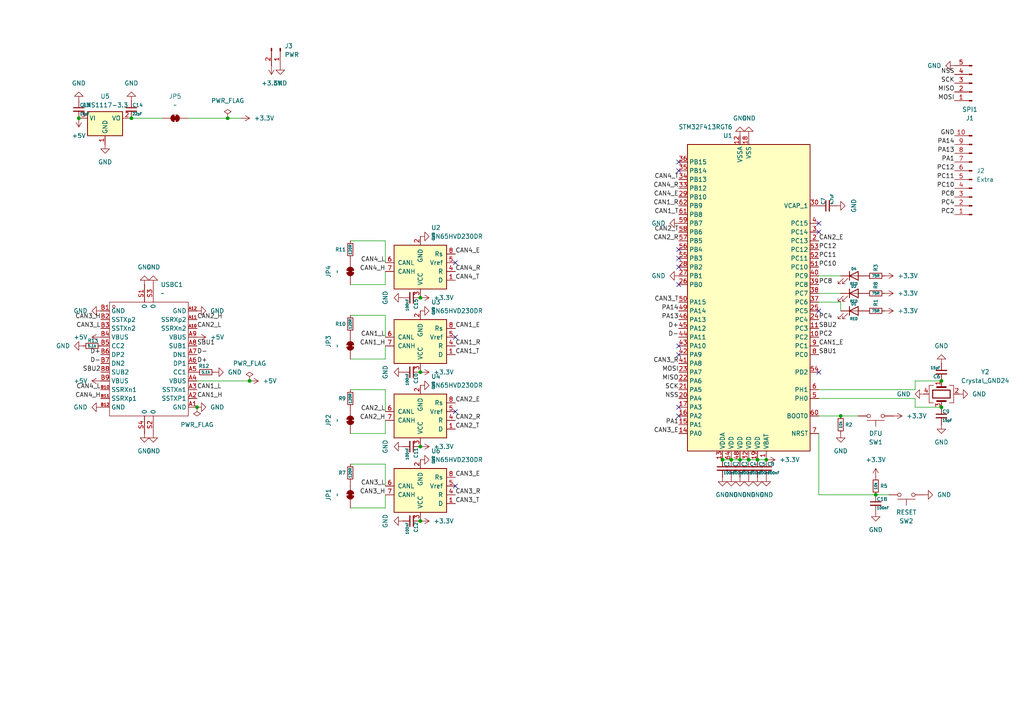
<source format=kicad_sch>
(kicad_sch (version 20250114) (generator "eeschema") (generator_version "9.0")
  (paper "A4")
  (title_block (title "Asius 1"))
  (junction (at 217.17 133.35))
  (junction (at 121.92 107.95))
  (junction (at 57.15 118.11))
  (junction (at 222.25 133.35))
  (junction (at 66.04 34.29))
  (junction (at 243.84 120.65))
  (junction (at 209.55 133.35))
  (junction (at 273.05 110.49))
  (junction (at 212.09 133.35))
  (junction (at 121.92 151.13))
  (junction (at 121.92 129.54))
  (junction (at 22.86 34.29))
  (junction (at 121.92 86.36))
  (junction (at 214.63 133.35))
  (junction (at 254 143.51))
  (junction (at 72.39 110.49))
  (junction (at 219.71 133.35))
  (junction (at 273.05 118.11))
  (junction (at 38.1 34.29))
  (no_connect (at 196.85 72.39))
  (no_connect (at 132.08 97.79))
  (no_connect (at 132.08 119.38))
  (no_connect (at 196.85 118.11))
  (no_connect (at 237.49 107.95))
  (no_connect (at 132.08 76.2))
  (no_connect (at 237.49 64.77))
  (no_connect (at 196.85 74.93))
  (no_connect (at 196.85 49.53))
  (no_connect (at 196.85 77.47))
  (no_connect (at 196.85 82.55))
  (no_connect (at 237.49 90.17))
  (no_connect (at 132.08 140.97))
  (no_connect (at 196.85 100.33))
  (no_connect (at 237.49 67.31))
  (no_connect (at 196.85 102.87))
  (no_connect (at 196.85 46.99))
  (no_connect (at 196.85 120.65))
  (wire (pts (xy 243.84 120.65) (xy 248.92 120.65)))
  (wire (pts (xy 212.09 133.35) (xy 214.63 133.35)))
  (wire (pts (xy 265.43 115.57) (xy 237.49 115.57)))
  (wire (pts (xy 111.76 69.85) (xy 111.76 76.2)))
  (wire (pts (xy 111.76 125.73) (xy 111.76 121.92)))
  (wire (pts (xy 54.61 34.29) (xy 66.04 34.29)))
  (wire (pts (xy 214.63 133.35) (xy 217.17 133.35)))
  (wire (pts (xy 217.17 133.35) (xy 219.71 133.35)))
  (wire (pts (xy 111.76 113.03) (xy 111.76 119.38)))
  (wire (pts (xy 101.6 91.44) (xy 111.76 91.44)))
  (wire (pts (xy 265.43 113.03) (xy 265.43 110.49)))
  (wire (pts (xy 38.1 34.29) (xy 46.99 34.29)))
  (wire (pts (xy 101.6 134.62) (xy 111.76 134.62)))
  (wire (pts (xy 101.6 104.14) (xy 111.76 104.14)))
  (wire (pts (xy 265.43 118.11) (xy 265.43 115.57)))
  (wire (pts (xy 243.84 85.09) (xy 237.49 85.09)))
  (wire (pts (xy 237.49 113.03) (xy 265.43 113.03)))
  (wire (pts (xy 101.6 125.73) (xy 111.76 125.73)))
  (wire (pts (xy 111.76 134.62) (xy 111.76 140.97)))
  (wire (pts (xy 66.04 34.29) (xy 69.85 34.29)))
  (wire (pts (xy 101.6 147.32) (xy 111.76 147.32)))
  (wire (pts (xy 265.43 110.49) (xy 273.05 110.49)))
  (wire (pts (xy 273.05 118.11) (xy 265.43 118.11)))
  (wire (pts (xy 101.6 113.03) (xy 111.76 113.03)))
  (wire (pts (xy 101.6 82.55) (xy 111.76 82.55)))
  (wire (pts (xy 111.76 147.32) (xy 111.76 143.51)))
  (wire (pts (xy 111.76 82.55) (xy 111.76 78.74)))
  (wire (pts (xy 237.49 125.73) (xy 237.49 143.51)))
  (wire (pts (xy 111.76 91.44) (xy 111.76 97.79)))
  (wire (pts (xy 72.39 110.49) (xy 57.15 110.49)))
  (wire (pts (xy 101.6 69.85) (xy 111.76 69.85)))
  (wire (pts (xy 219.71 133.35) (xy 222.25 133.35)))
  (wire (pts (xy 237.49 120.65) (xy 243.84 120.65)))
  (wire (pts (xy 243.84 87.63) (xy 243.84 90.17)))
  (wire (pts (xy 243.84 87.63) (xy 237.49 87.63)))
  (wire (pts (xy 243.84 80.01) (xy 237.49 80.01)))
  (wire (pts (xy 111.76 104.14) (xy 111.76 100.33)))
  (wire (pts (xy 209.55 133.35) (xy 212.09 133.35)))
  (wire (pts (xy 237.49 143.51) (xy 254 143.51)))
  (wire (pts (xy 254 143.51) (xy 257.81 143.51)))
  (label "CAN4_E" (at 196.85 57.15 180))
  (label "PC2" (at 237.49 97.79 0))
  (label "PC8" (at 276.86 57.15 180))
  (label "CAN3_R" (at 196.85 105.41 180))
  (label "CAN1_H" (at 111.76 100.33 180))
  (label "SCK" (at 196.85 113.03 180))
  (label "SBU2" (at 237.49 95.25 0))
  (label "PC10" (at 237.49 77.47 0))
  (label "CAN4_L" (at 29.21 113.03 180))
  (label "CAN2_L" (at 111.76 119.38 180))
  (label "PC10" (at 276.86 54.61 180))
  (label "CAN2_T" (at 196.85 67.31 180))
  (label "MISO" (at 196.85 110.49 180))
  (label "CAN2_T" (at 132.08 124.46 0))
  (label "PA14" (at 276.86 41.91 180))
  (label "CAN3_E" (at 132.08 138.43 0))
  (label "CAN4_R" (at 132.08 78.74 0))
  (label "D+" (at 57.15 105.41 0))
  (label "PA1" (at 276.86 46.99 180))
  (label "CAN2_H" (at 111.76 121.92 180))
  (label "CAN3_R" (at 132.08 143.51 0))
  (label "PA13" (at 276.86 44.45 180))
  (label "SBU1" (at 237.49 102.87 0))
  (label "D+" (at 29.21 102.87 180))
  (label "PC11" (at 237.49 74.93 0))
  (label "MOSI" (at 196.85 107.95 180))
  (label "PC11" (at 276.86 52.07 180))
  (label "CAN3_H" (at 29.21 92.71 180))
  (label "PC4" (at 237.49 92.71 0))
  (label "NSS" (at 276.86 21.59 180))
  (label "PA1" (at 196.85 123.19 180))
  (label "D-" (at 57.15 102.87 0))
  (label "CAN4_L" (at 111.76 76.2 180))
  (label "PC12" (at 237.49 72.39 0))
  (label "NSS" (at 196.85 115.57 180))
  (label "CAN3_T" (at 196.85 87.63 180))
  (label "PA14" (at 196.85 90.17 180))
  (label "D-" (at 196.85 97.79 180))
  (label "CAN3_L" (at 29.21 95.25 180))
  (label "CAN3_H" (at 111.76 143.51 180))
  (label "D+" (at 196.85 95.25 180))
  (label "MOSI" (at 276.86 29.21 180))
  (label "CAN2_H" (at 57.15 92.71 0))
  (label "D-" (at 29.21 105.41 180))
  (label "CAN1_T" (at 132.08 102.87 0))
  (label "CAN1_T" (at 196.85 62.23 180))
  (label "PC8" (at 237.49 82.55 0))
  (label "CAN2_R" (at 196.85 69.85 180))
  (label "CAN3_L" (at 111.76 140.97 180))
  (label "CAN1_R" (at 196.85 59.69 180))
  (label "PC4" (at 276.86 59.69 180))
  (label "PC12" (at 276.86 49.53 180))
  (label "SBU2" (at 29.21 107.95 180))
  (label "CAN4_H" (at 111.76 78.74 180))
  (label "CAN1_E" (at 132.08 95.25 0))
  (label "CAN4_T" (at 196.85 52.07 180))
  (label "SBU1" (at 57.15 100.33 0))
  (label "CAN2_E" (at 237.49 69.85 0))
  (label "CAN2_L" (at 57.15 95.25 0))
  (label "CAN1_E" (at 237.49 100.33 0))
  (label "CAN1_L" (at 111.76 97.79 180))
  (label "CAN4_E" (at 132.08 73.66 0))
  (label "PA13" (at 196.85 92.71 180))
  (label "CAN3_E" (at 196.85 125.73 180))
  (label "CAN1_L" (at 57.15 113.03 0))
  (label "CAN3_T" (at 132.08 146.05 0))
  (label "MISO" (at 276.86 26.67 180))
  (label "CAN4_H" (at 29.21 115.57 180))
  (label "CAN1_H" (at 57.15 115.57 0))
  (label "CAN2_R" (at 132.08 121.92 0))
  (label "CAN2_E" (at 132.08 116.84 0))
  (label "GND" (at 276.86 39.37 180))
  (label "PC2" (at 276.86 62.23 180))
  (label "CAN4_T" (at 132.08 81.28 0))
  (label "SCK" (at 276.86 24.13 180))
  (label "CAN1_R" (at 132.08 100.33 0))
  (label "CAN4_R" (at 196.85 54.61 180))
  (symbol (lib_id "Connector:Conn_01x10_Pin") (at 281.94 52.07 180) (unit 1) (in_bom no)
    (property "Reference" "J2" (at 283.21 49.5299 0) (effects (justify right)))
    (property "Value" "Extra" (at 283.21 52.0699 0) (effects (justify right)))
    (property "Footprint" "Connector_PinHeader_2.54mm:PinHeader_1x10_P2.54mm_Vertical" (effects (hide yes)))
    (property "Description" "Generic connector, single row, 01x10, script generated" (effects (hide yes)))
  )
  (symbol (lib_id "1_my_custom_symbol_lib:MY_LED") (at 247.65 90.17 0) (unit 1)
    (property "Reference" "D1" (at 247.65 88.138 0) (effects (font (size 0.762 0.762))))
    (property "Value" "RED" (at 247.65 92.456 0) (effects (font (size 0.762 0.762))))
    (property "Footprint" "LED_SMD:LED_0603_1608Metric" (effects (hide yes)))
    (property "Description" "Light emitting diode" (effects (hide yes)))
    (property "Sim.Pins" "1=K 2=A" (effects (hide yes)))
    (property "MPN" "KT-0603R" (effects (hide yes)))
    (property "Manufacturer" "Hubei KENTO Elec" (effects (hide yes)))
  )
  (symbol (lib_id "1_my_custom_symbol_lib:MY_C_SMALL") (at 38.1 31.75 0) (unit 1)
    (property "Reference" "C14" (at 38.354 30.48 0) (effects (font (size 1.016 1.016)) (justify left)))
    (property "Value" "22pF" (at 38.354 33.02 0) (effects (font (size 0.762 0.762)) (justify left)))
    (property "Footprint" "Capacitor_SMD:C_0603_1608Metric" (effects (hide yes)))
    (property "Description" "Unpolarized capacitor, small symbol" (effects (hide yes)))
    (property "MPN" "CC0603JRNPO9BN220" (effects (hide yes)))
    (property "Manufacturer" "YAGEO" (effects (hide yes)))
  )
  (symbol (lib_id "power:+3.3V") (at 69.85 34.29 270) (unit 1)
    (property "Reference" "#PWR028" (effects (hide yes)))
    (property "Value" "+3.3V" (at 73.66 34.2899 90) (effects (justify left)))
    (property "Description" "Power symbol creates a global label with name \"+3.3V\"" (effects (hide yes)))
  )
  (symbol (lib_id "Jumper:SolderJumper_2_Bridged") (at 101.6 121.92 90) (unit 1) (in_bom no)
    (property "Reference" "JP2" (at 95.25 121.92 0))
    (property "Value" "~" (at 97.79 121.92 0))
    (property "Footprint" "Jumper:SolderJumper-2_P1.3mm_Bridged_RoundedPad1.0x1.5mm" (effects (hide yes)))
    (property "Description" "Solder Jumper, 2-pole, closed/bridged" (effects (hide yes)))
  )
  (symbol (lib_id "power:GND") (at 62.23 107.95 90) (unit 1)
    (property "Reference" "#PWR048" (effects (hide yes)))
    (property "Value" "GND" (at 66.04 107.9499 90) (effects (justify right)))
    (property "Description" "Power symbol creates a global label with name \"GND\" , ground" (effects (hide yes)))
  )
  (symbol (lib_id "1_my_custom_symbol_lib:MY_LED") (at 247.65 85.09 0) (unit 1)
    (property "Reference" "D2" (at 247.65 83.058 0) (effects (font (size 0.762 0.762))))
    (property "Value" "RED" (at 247.65 87.376 0) (effects (font (size 0.762 0.762))))
    (property "Footprint" "LED_SMD:LED_0603_1608Metric" (effects (hide yes)))
    (property "Description" "Light emitting diode" (effects (hide yes)))
    (property "Sim.Pins" "1=K 2=A" (effects (hide yes)))
    (property "MPN" "KT-0603R" (effects (hide yes)))
    (property "Manufacturer" "Hubei KENTO Elec" (effects (hide yes)))
  )
  (symbol (lib_id "power:GND") (at 116.84 151.13 270) (unit 1)
    (property "Reference" "#PWR038" (effects (hide yes)))
    (property "Value" "GND" (at 111.76 151.13 0))
    (property "Description" "Power symbol creates a global label with name \"GND\" , ground" (effects (hide yes)))
  )
  (symbol (lib_id "1_my_custom_symbol_lib:MY_R_SMALL") (at 254 85.09 90) (unit 1)
    (property "Reference" "R8" (at 254 83.82 0) (effects (font (size 1.016 1.016)) (justify left)))
    (property "Value" "75R" (at 254 85.09 90) (effects (font (size 0.762 0.762))))
    (property "Footprint" "Resistor_SMD:R_0603_1608Metric" (effects (hide yes)))
    (property "Description" "Resistor, small symbol" (effects (hide yes)))
    (property "MPN" "RC0603FR-0775RL" (effects (hide yes)))
    (property "Manufacturer" "YAGEO" (effects (hide yes)))
  )
  (symbol (lib_id "power:GND") (at 22.86 29.21 180) (unit 1)
    (property "Reference" "#PWR041" (effects (hide yes)))
    (property "Value" "GND" (at 22.86 24.13 0))
    (property "Description" "Power symbol creates a global label with name \"GND\" , ground" (effects (hide yes)))
  )
  (symbol (lib_id "power:GND") (at 44.45 125.73 0) (unit 1)
    (property "Reference" "#PWR052" (effects (hide yes)))
    (property "Value" "GND" (at 44.45 130.81 0))
    (property "Description" "Power symbol creates a global label with name \"GND\" , ground" (effects (hide yes)))
  )
  (symbol (lib_id "power:GND") (at 41.91 125.73 0) (unit 1)
    (property "Reference" "#PWR053" (effects (hide yes)))
    (property "Value" "GND" (at 41.91 130.81 0))
    (property "Description" "Power symbol creates a global label with name \"GND\" , ground" (effects (hide yes)))
  )
  (symbol (lib_id "power:GND") (at 81.28 19.05 0) (unit 1)
    (property "Reference" "#PWR011" (effects (hide yes)))
    (property "Value" "GND" (at 81.28 24.13 0))
    (property "Description" "Power symbol creates a global label with name \"GND\" , ground" (effects (hide yes)))
  )
  (symbol (lib_id "Jumper:SolderJumper_2_Bridged") (at 101.6 143.51 90) (unit 1) (in_bom no)
    (property "Reference" "JP1" (at 95.25 143.51 0))
    (property "Value" "~" (at 97.79 143.51 0))
    (property "Footprint" "Jumper:SolderJumper-2_P1.3mm_Bridged_RoundedPad1.0x1.5mm" (effects (hide yes)))
    (property "Description" "Solder Jumper, 2-pole, closed/bridged" (effects (hide yes)))
  )
  (symbol (lib_id "power:GND") (at 273.05 123.19 0) (unit 1)
    (property "Reference" "#PWR023" (effects (hide yes)))
    (property "Value" "GND" (at 273.05 128.27 0))
    (property "Description" "Power symbol creates a global label with name \"GND\" , ground" (effects (hide yes)))
  )
  (symbol (lib_id "power:GND") (at 214.63 138.43 0) (unit 1)
    (property "Reference" "#PWR04" (effects (hide yes)))
    (property "Value" "GND" (at 214.63 143.51 0))
    (property "Description" "Power symbol creates a global label with name \"GND\" , ground" (effects (hide yes)))
  )
  (symbol (lib_id "power:GND") (at 267.97 143.51 90) (unit 1)
    (property "Reference" "#PWR022" (effects (hide yes)))
    (property "Value" "GND" (at 271.78 143.5101 90) (effects (justify right)))
    (property "Description" "Power symbol creates a global label with name \"GND\" , ground" (effects (hide yes)))
  )
  (symbol (lib_id "1_my_custom_symbol_lib:MY_R_SMALL") (at 101.6 115.57 180) (unit 1)
    (property "Reference" "R9" (at 100.33 115.57 0) (effects (font (size 1.016 1.016)) (justify left)))
    (property "Value" "120R" (at 101.6 115.57 90) (effects (font (size 0.762 0.762))))
    (property "Footprint" "Resistor_SMD:R_0603_1608Metric" (effects (hide yes)))
    (property "Description" "Resistor, small symbol" (effects (hide yes)))
    (property "MPN" "RC0603FR-07120RL" (effects (hide yes)))
    (property "Manufacturer" "YAGEO" (effects (hide yes)))
  )
  (symbol (lib_id "power:+3.3V") (at 256.54 90.17 270) (unit 1)
    (property "Reference" "#PWR05" (effects (hide yes)))
    (property "Value" "+3.3V" (at 260.35 90.1699 90) (effects (justify left)))
    (property "Description" "Power symbol creates a global label with name \"+3.3V\"" (effects (hide yes)))
  )
  (symbol (lib_id "power:+3.3V") (at 121.92 151.13 270) (unit 1)
    (property "Reference" "#PWR047" (effects (hide yes)))
    (property "Value" "+3.3V" (at 125.73 151.1299 90) (effects (justify left)))
    (property "Description" "Power symbol creates a global label with name \"+3.3V\"" (effects (hide yes)))
  )
  (symbol (lib_id "power:+3.3V") (at 78.74 19.05 180) (unit 1)
    (property "Reference" "#PWR010" (effects (hide yes)))
    (property "Value" "+3.3V" (at 78.74 24.13 0))
    (property "Description" "Power symbol creates a global label with name \"+3.3V\"" (effects (hide yes)))
  )
  (symbol (lib_id "power:+5V") (at 72.39 110.49 270) (unit 1)
    (property "Reference" "#PWR059" (effects (hide yes)))
    (property "Value" "+5V" (at 76.2 110.4899 90) (effects (justify left)))
    (property "Description" "Power symbol creates a global label with name \"+5V\"" (effects (hide yes)))
  )
  (symbol (lib_id "power:GND") (at 121.92 68.58 90) (unit 1)
    (property "Reference" "#PWR042" (effects (hide yes)))
    (property "Value" "GND" (at 125.73 68.58 0) (effects (font (size 0.762 0.762))))
    (property "Description" "Power symbol creates a global label with name \"GND\" , ground" (effects (hide yes)))
  )
  (symbol (lib_id "Jumper:SolderJumper_2_Bridged") (at 101.6 100.33 90) (unit 1) (in_bom no)
    (property "Reference" "JP3" (at 95.25 99.06 0))
    (property "Value" "~" (at 97.79 100.33 0))
    (property "Footprint" "Jumper:SolderJumper-2_P1.3mm_Bridged_RoundedPad1.0x1.5mm" (effects (hide yes)))
    (property "Description" "Solder Jumper, 2-pole, closed/bridged" (effects (hide yes)))
  )
  (symbol (lib_id "power:+5V") (at 29.21 97.79 90) (unit 1)
    (property "Reference" "#PWR062" (effects (hide yes)))
    (property "Value" "+5V" (at 25.4 97.7899 90) (effects (justify left)))
    (property "Description" "Power symbol creates a global label with name \"+5V\"" (effects (hide yes)))
  )
  (symbol (lib_id "power:+5V") (at 22.86 34.29 180) (unit 1)
    (property "Reference" "#PWR058" (effects (hide yes)))
    (property "Value" "+5V" (at 22.86 39.37 0))
    (property "Description" "Power symbol creates a global label with name \"+5V\"" (effects (hide yes)))
  )
  (symbol (lib_id "power:GND") (at 29.21 118.11 270) (unit 1)
    (property "Reference" "#PWR056" (effects (hide yes)))
    (property "Value" "GND" (at 25.4 118.1099 90) (effects (justify right)))
    (property "Description" "Power symbol creates a global label with name \"GND\" , ground" (effects (hide yes)))
  )
  (symbol (lib_id "power:GND") (at 212.09 138.43 0) (unit 1)
    (property "Reference" "#PWR03" (effects (hide yes)))
    (property "Value" "GND" (at 212.09 143.51 0))
    (property "Description" "Power symbol creates a global label with name \"GND\" , ground" (effects (hide yes)))
  )
  (symbol (lib_id "power:+3.3V") (at 259.08 120.65 270) (unit 1)
    (property "Reference" "#PWR019" (effects (hide yes)))
    (property "Value" "+3.3V" (at 262.89 120.6501 90) (effects (justify left)))
    (property "Description" "Power symbol creates a global label with name \"+3.3V\"" (effects (hide yes)))
  )
  (symbol (lib_id "power:GND") (at 29.21 90.17 270) (unit 1)
    (property "Reference" "#PWR057" (effects (hide yes)))
    (property "Value" "GND" (at 25.4 90.1699 90) (effects (justify right)))
    (property "Description" "Power symbol creates a global label with name \"GND\" , ground" (effects (hide yes)))
  )
  (symbol (lib_id "power:PWR_FLAG") (at 57.15 118.11 180) (unit 1)
    (property "Reference" "#FLG08" (effects (hide yes)))
    (property "Value" "PWR_FLAG" (at 57.15 123.19 0))
    (property "Description" "Special symbol for telling ERC where power comes from" (effects (hide yes)))
  )
  (symbol (lib_id "Switch:SW_Push") (at 254 120.65 180) (unit 1)
    (property "Reference" "SW1" (at 254 128.27 0))
    (property "Value" "DFU" (at 254 125.73 0))
    (property "Footprint" "Button_Switch_SMD:SW_SPST_PTS645Sx43SMTR92" (effects (hide yes)))
    (property "Description" "Push button switch, generic, two pins" (effects (hide yes)))
    (property "MPN" "PTS645SK43SMTR92LFS" (effects (hide yes)))
    (property "Manufacturer" "C&K" (effects (hide yes)))
  )
  (symbol (lib_id "1_my_custom_symbol_lib:MY_R_SMALL") (at 254 90.17 90) (unit 1)
    (property "Reference" "R1" (at 254 88.9 0) (effects (font (size 1.016 1.016)) (justify left)))
    (property "Value" "75R" (at 254 90.17 90) (effects (font (size 0.762 0.762))))
    (property "Footprint" "Resistor_SMD:R_0603_1608Metric" (effects (hide yes)))
    (property "Description" "Resistor, small symbol" (effects (hide yes)))
    (property "MPN" "RC0603FR-0775RL" (effects (hide yes)))
    (property "Manufacturer" "YAGEO" (effects (hide yes)))
  )
  (symbol (lib_id "1_my_custom_symbol_lib:MY_C_SMALL") (at 222.25 135.89 0) (unit 1)
    (property "Reference" "C8" (at 222.504 134.62 0) (effects (font (size 1.016 1.016)) (justify left)))
    (property "Value" "100nF" (at 222.504 137.16 0) (effects (font (size 0.762 0.762)) (justify left)))
    (property "Footprint" "Capacitor_SMD:C_0603_1608Metric" (effects (hide yes)))
    (property "Description" "Unpolarized capacitor, small symbol" (effects (hide yes)))
    (property "MPN" "CC0603KRX7R9BB104" (effects (hide yes)))
    (property "Manufacturer" "YAGEO" (effects (hide yes)))
  )
  (symbol (lib_id "1_my_custom_symbol_lib:MY_R_SMALL") (at 26.67 100.33 270) (unit 1)
    (property "Reference" "R13" (at 25.4 98.806 90) (effects (font (size 1.016 1.016)) (justify left)))
    (property "Value" "5.1k" (at 26.67 100.33 90) (effects (font (size 0.762 0.762))))
    (property "Footprint" "Resistor_SMD:R_0603_1608Metric" (effects (hide yes)))
    (property "Description" "Resistor, small symbol" (effects (hide yes)))
    (property "MPN" "RC0603FR-075K1L" (effects (hide yes)))
    (property "Manufacturer" "YAGEO" (effects (hide yes)))
  )
  (symbol (lib_id "1_my_custom_symbol_lib:TYPE-C-31-M-04") (at 43.18 104.14 0) (unit 1)
    (property "Reference" "USBC1" (at 46.5933 82.55 0) (effects (justify left)))
    (property "Value" "~" (at 46.5933 85.09 0) (effects (justify left)))
    (property "Footprint" "1_My_custom_library:USB-C-SMD_TYPE-C-USB-20" (effects (hide yes)))
    (property "Datasheet" "https://item.szlcsc.com/datasheet/TYPE-C-31-M-04/140304.html" (effects (hide yes)))
    (property "Description" "Connector Type:Type-C Protocol Standard:- Gender:Female Number of Contacts:24P Number of Ports:1" (effects (hide yes)))
    (property "Manufacturer Part" "TYPE-C-31-M-04" (effects (hide yes)))
    (property "Manufacturer" "韩国韩荣" (effects (hide yes)))
    (property "Supplier Part" "C129018" (effects (hide yes)))
    (property "Supplier" "LCSC" (effects (hide yes)))
    (property "LCSC Part Name" "Type-C 母" (effects (hide yes)))
  )
  (symbol (lib_id "MCU_ST_STM32F4:STM32F413RGTx") (at 217.17 85.09 180) (unit 1)
    (property "Reference" "U1" (at 212.4867 39.37 0) (effects (justify left)))
    (property "Value" "STM32F413RGT6" (at 212.4867 36.83 0) (effects (justify left)))
    (property "Footprint" "Package_QFP:LQFP-64_10x10mm_P0.5mm" (effects (hide yes)))
    (property "Datasheet" "https://www.st.com/resource/en/datasheet/stm32f413rg.pdf" (effects (hide yes)))
    (property "Description" "STMicroelectronics Arm Cortex-M4 MCU, 1024KB flash, 320KB RAM, 100 MHz, 1.7-3.6V, 50 GPIO, LQFP64" (effects (hide yes)))
    (property "MPN" "STM32F413RGT6" (effects (hide yes)))
    (property "Manufacturer" "STMicroelectronics" (effects (hide yes)))
  )
  (symbol (lib_id "power:GND") (at 116.84 107.95 270) (unit 1)
    (property "Reference" "#PWR06" (effects (hide yes)))
    (property "Value" "GND" (at 111.76 107.95 0))
    (property "Description" "Power symbol creates a global label with name \"GND\" , ground" (effects (hide yes)))
  )
  (symbol (lib_id "power:GND") (at 121.92 133.35 90) (unit 1)
    (property "Reference" "#PWR030" (effects (hide yes)))
    (property "Value" "GND" (at 125.73 133.35 0) (effects (font (size 0.762 0.762))))
    (property "Description" "Power symbol creates a global label with name \"GND\" , ground" (effects (hide yes)))
  )
  (symbol (lib_id "power:GND") (at 121.92 90.17 90) (unit 1)
    (property "Reference" "#PWR027" (effects (hide yes)))
    (property "Value" "GND" (at 125.73 90.17 0) (effects (font (size 0.762 0.762))))
    (property "Description" "Power symbol creates a global label with name \"GND\" , ground" (effects (hide yes)))
  )
  (symbol (lib_id "1_my_custom_symbol_lib:MY_R_SMALL") (at 101.6 93.98 180) (unit 1)
    (property "Reference" "R10" (at 100.33 93.98 0) (effects (font (size 1.016 1.016)) (justify left)))
    (property "Value" "120R" (at 101.6 93.98 90) (effects (font (size 0.762 0.762))))
    (property "Footprint" "Resistor_SMD:R_0603_1608Metric" (effects (hide yes)))
    (property "Description" "Resistor, small symbol" (effects (hide yes)))
    (property "MPN" "RC0603FR-07120RL" (effects (hide yes)))
    (property "Manufacturer" "YAGEO" (effects (hide yes)))
  )
  (symbol (lib_id "power:GND") (at 267.97 114.3 270) (unit 1)
    (property "Reference" "#PWR040" (effects (hide yes)))
    (property "Value" "GND" (at 264.16 114.2999 90) (effects (justify right)))
    (property "Description" "Power symbol creates a global label with name \"GND\" , ground" (effects (hide yes)))
  )
  (symbol (lib_id "1_my_custom_symbol_lib:MY_R_SMALL") (at 59.69 107.95 90) (unit 1)
    (property "Reference" "R12" (at 60.706 106.172 90) (effects (font (size 1.016 1.016)) (justify left)))
    (property "Value" "5.1k" (at 59.69 107.95 90) (effects (font (size 0.762 0.762))))
    (property "Footprint" "Resistor_SMD:R_0603_1608Metric" (effects (hide yes)))
    (property "Description" "Resistor, small symbol" (effects (hide yes)))
    (property "MPN" "RC0603FR-075K1L" (effects (hide yes)))
    (property "Manufacturer" "YAGEO" (effects (hide yes)))
  )
  (symbol (lib_id "power:GND") (at 219.71 138.43 0) (unit 1)
    (property "Reference" "#PWR014" (effects (hide yes)))
    (property "Value" "GND" (at 219.71 143.51 0))
    (property "Description" "Power symbol creates a global label with name \"GND\" , ground" (effects (hide yes)))
  )
  (symbol (lib_id "1_my_custom_symbol_lib:MY_C_SMALL") (at 119.38 86.36 270) (unit 1)
    (property "Reference" "C15" (at 120.65 86.614 0) (effects (font (size 1.016 1.016)) (justify left)))
    (property "Value" "100nF" (at 118.11 86.614 0) (effects (font (size 0.762 0.762)) (justify left)))
    (property "Footprint" "Capacitor_SMD:C_0603_1608Metric" (effects (hide yes)))
    (property "Description" "Unpolarized capacitor, small symbol" (effects (hide yes)))
    (property "MPN" "CC0603KRX7R9BB104" (effects (hide yes)))
    (property "Manufacturer" "YAGEO" (effects (hide yes)))
  )
  (symbol (lib_id "power:+3.3V") (at 121.92 86.36 270) (unit 1)
    (property "Reference" "#PWR029" (effects (hide yes)))
    (property "Value" "+3.3V" (at 125.73 86.3599 90) (effects (justify left)))
    (property "Description" "Power symbol creates a global label with name \"+3.3V\"" (effects (hide yes)))
  )
  (symbol (lib_id "power:+5V") (at 57.15 97.79 270) (unit 1)
    (property "Reference" "#PWR060" (effects (hide yes)))
    (property "Value" "+5V" (at 60.96 97.7899 90) (effects (justify left)))
    (property "Description" "Power symbol creates a global label with name \"+5V\"" (effects (hide yes)))
  )
  (symbol (lib_id "power:GND") (at 209.55 138.43 0) (unit 1)
    (property "Reference" "#PWR02" (effects (hide yes)))
    (property "Value" "GND" (at 209.55 143.51 0))
    (property "Description" "Power symbol creates a global label with name \"GND\" , ground" (effects (hide yes)))
  )
  (symbol (lib_id "1_my_custom_symbol_lib:MY_C_SMALL") (at 254 146.05 0) (unit 1)
    (property "Reference" "C18" (at 254.254 144.78 0) (effects (font (size 1.016 1.016)) (justify left)))
    (property "Value" "100nF" (at 254.254 147.32 0) (effects (font (size 0.762 0.762)) (justify left)))
    (property "Footprint" "Capacitor_SMD:C_0603_1608Metric" (effects (hide yes)))
    (property "Description" "Unpolarized capacitor, small symbol" (effects (hide yes)))
    (property "MPN" "CC0603KRX7R9BB104" (effects (hide yes)))
    (property "Manufacturer" "YAGEO" (effects (hide yes)))
  )
  (symbol (lib_id "Interface_CAN_LIN:SN65HVD230") (at 121.92 100.33 180) (unit 1)
    (property "Reference" "U3" (at 125.0381 87.63 0) (effects (justify right)))
    (property "Value" "SN65HVD230DR" (at 125.0381 90.17 0) (effects (justify right)))
    (property "Footprint" "Package_SO:SOIC-8_3.9x4.9mm_P1.27mm" (effects (hide yes)))
    (property "Datasheet" "http://www.ti.com/lit/ds/symlink/sn65hvd230.pdf" (effects (hide yes)))
    (property "Description" "CAN Bus Transceivers, 3.3V, 1Mbps, Low-Power capabilities, SOIC-8" (effects (hide yes)))
    (property "MPN" "SN65HVD230DR" (effects (hide yes)))
    (property "Manufacturer" "Texas Instruments" (effects (hide yes)))
  )
  (symbol (lib_id "power:GND") (at 273.05 105.41 180) (unit 1)
    (property "Reference" "#PWR015" (effects (hide yes)))
    (property "Value" "GND" (at 273.05 100.33 0))
    (property "Description" "Power symbol creates a global label with name \"GND\" , ground" (effects (hide yes)))
  )
  (symbol (lib_id "1_my_custom_symbol_lib:MY_C_SMALL") (at 240.03 59.69 90) (unit 1)
    (property "Reference" "C7" (at 238.76 59.436 0) (effects (font (size 1.016 1.016)) (justify left)))
    (property "Value" "4.7uF" (at 241.3 59.436 0) (effects (font (size 0.762 0.762)) (justify left)))
    (property "Footprint" "Capacitor_SMD:C_0603_1608Metric" (effects (hide yes)))
    (property "Description" "Unpolarized capacitor, small symbol" (effects (hide yes)))
    (property "MPN" "CC0603KRX5R7BB475" (effects (hide yes)))
    (property "Manufacturer" "YAGEO" (effects (hide yes)))
  )
  (symbol (lib_id "Connector:Conn_01x02_Pin") (at 81.28 13.97 270) (unit 1) (in_bom no)
    (property "Reference" "J3" (at 82.55 13.3349 90) (effects (justify left)))
    (property "Value" "PWR" (at 82.55 15.8749 90) (effects (justify left)))
    (property "Footprint" "Connector_PinHeader_2.54mm:PinHeader_1x02_P2.54mm_Vertical" (effects (hide yes)))
    (property "Description" "Generic connector, single row, 01x02, script generated" (effects (hide yes)))
  )
  (symbol (lib_id "power:GND") (at 254 148.59 0) (unit 1)
    (property "Reference" "#PWR045" (effects (hide yes)))
    (property "Value" "GND" (at 254 153.67 0))
    (property "Description" "Power symbol creates a global label with name \"GND\" , ground" (effects (hide yes)))
  )
  (symbol (lib_id "power:+3.3V") (at 254 138.43 0) (unit 1)
    (property "Reference" "#PWR024" (effects (hide yes)))
    (property "Value" "+3.3V" (at 254 133.35 0))
    (property "Description" "Power symbol creates a global label with name \"+3.3V\"" (effects (hide yes)))
  )
  (symbol (lib_id "power:GND") (at 121.92 111.76 90) (unit 1)
    (property "Reference" "#PWR025" (effects (hide yes)))
    (property "Value" "GND" (at 125.73 111.76 0) (effects (font (size 0.762 0.762))))
    (property "Description" "Power symbol creates a global label with name \"GND\" , ground" (effects (hide yes)))
  )
  (symbol (lib_id "power:GND") (at 196.85 64.77 270) (unit 1)
    (property "Reference" "#PWR033" (effects (hide yes)))
    (property "Value" "GND" (at 193.04 64.7701 90) (effects (justify right)))
    (property "Description" "Power symbol creates a global label with name \"GND\" , ground" (effects (hide yes)))
  )
  (symbol (lib_id "power:GND") (at 214.63 39.37 180) (unit 1)
    (property "Reference" "#PWR031" (effects (hide yes)))
    (property "Value" "GND" (at 214.63 34.29 0))
    (property "Description" "Power symbol creates a global label with name \"GND\" , ground" (effects (hide yes)))
  )
  (symbol (lib_id "1_my_custom_symbol_lib:MY_R_SMALL") (at 254 140.97 0) (unit 1)
    (property "Reference" "R5" (at 255.27 140.97 0) (effects (font (size 1.016 1.016)) (justify left)))
    (property "Value" "10k" (at 254 140.97 90) (effects (font (size 0.762 0.762))))
    (property "Footprint" "Resistor_SMD:R_0603_1608Metric" (effects (hide yes)))
    (property "Description" "Resistor, small symbol" (effects (hide yes)))
    (property "MPN" "RC0603FR-0710KL" (effects (hide yes)))
    (property "Manufacturer" "YAGEO" (effects (hide yes)))
  )
  (symbol (lib_id "power:+3.3V") (at 256.54 80.01 270) (unit 1)
    (property "Reference" "#PWR09" (effects (hide yes)))
    (property "Value" "+3.3V" (at 260.35 80.0099 90) (effects (justify left)))
    (property "Description" "Power symbol creates a global label with name \"+3.3V\"" (effects (hide yes)))
  )
  (symbol (lib_id "power:GND") (at 222.25 138.43 0) (unit 1)
    (property "Reference" "#PWR017" (effects (hide yes)))
    (property "Value" "GND" (at 222.25 143.51 0))
    (property "Description" "Power symbol creates a global label with name \"GND\" , ground" (effects (hide yes)))
  )
  (symbol (lib_id "power:GND") (at 57.15 90.17 90) (unit 1)
    (property "Reference" "#PWR055" (effects (hide yes)))
    (property "Value" "GND" (at 60.96 90.1699 90) (effects (justify right)))
    (property "Description" "Power symbol creates a global label with name \"GND\" , ground" (effects (hide yes)))
  )
  (symbol (lib_id "1_my_custom_symbol_lib:MY_R_SMALL") (at 254 80.01 90) (unit 1)
    (property "Reference" "R3" (at 254 78.74 0) (effects (font (size 1.016 1.016)) (justify left)))
    (property "Value" "75R" (at 254 80.01 90) (effects (font (size 0.762 0.762))))
    (property "Footprint" "Resistor_SMD:R_0603_1608Metric" (effects (hide yes)))
    (property "Description" "Resistor, small symbol" (effects (hide yes)))
    (property "MPN" "RC0603FR-0775RL" (effects (hide yes)))
    (property "Manufacturer" "YAGEO" (effects (hide yes)))
  )
  (symbol (lib_id "Jumper:SolderJumper_2_Bridged") (at 50.8 34.29 180) (unit 1) (in_bom no)
    (property "Reference" "JP5" (at 50.8 27.94 0))
    (property "Value" "~" (at 50.8 30.48 0))
    (property "Footprint" "Jumper:SolderJumper-2_P1.3mm_Bridged_RoundedPad1.0x1.5mm" (effects (hide yes)))
    (property "Description" "Solder Jumper, 2-pole, closed/bridged" (effects (hide yes)))
  )
  (symbol (lib_id "1_my_custom_symbol_lib:MY_C_SMALL") (at 273.05 120.65 0) (unit 1)
    (property "Reference" "C9" (at 273.304 119.38 0) (effects (font (size 1.016 1.016)) (justify left)))
    (property "Value" "15pF" (at 273.304 121.92 0) (effects (font (size 0.762 0.762)) (justify left)))
    (property "Footprint" "Capacitor_SMD:C_0603_1608Metric" (effects (hide yes)))
    (property "Description" "Unpolarized capacitor, small symbol" (effects (hide yes)))
    (property "MPN" "CC0603JRNPO9BN150" (effects (hide yes)))
    (property "Manufacturer" "YAGEO" (effects (hide yes)))
  )
  (symbol (lib_id "power:GND") (at 276.86 19.05 270) (unit 1)
    (property "Reference" "#PWR018" (effects (hide yes)))
    (property "Value" "GND" (at 273.05 19.0501 90) (effects (justify right)))
    (property "Description" "Power symbol creates a global label with name \"GND\" , ground" (effects (hide yes)))
  )
  (symbol (lib_id "power:GND") (at 116.84 129.54 270) (unit 1)
    (property "Reference" "#PWR07" (effects (hide yes)))
    (property "Value" "GND" (at 111.76 129.54 0))
    (property "Description" "Power symbol creates a global label with name \"GND\" , ground" (effects (hide yes)))
  )
  (symbol (lib_id "power:+3.3V") (at 121.92 129.54 270) (unit 1)
    (property "Reference" "#PWR037" (effects (hide yes)))
    (property "Value" "+3.3V" (at 125.73 129.5399 90) (effects (justify left)))
    (property "Description" "Power symbol creates a global label with name \"+3.3V\"" (effects (hide yes)))
  )
  (symbol (lib_id "Regulator_Linear:AMS1117-3.3") (at 30.48 34.29 0) (unit 1)
    (property "Reference" "U5" (at 30.48 27.94 0))
    (property "Value" "AMS1117-3.3" (at 30.48 30.48 0))
    (property "Footprint" "Package_TO_SOT_SMD:SOT-223-3_TabPin2" (effects (hide yes)))
    (property "Datasheet" "http://www.advanced-monolithic.com/pdf/ds1117.pdf" (effects (hide yes)))
    (property "Description" "1A Low Dropout regulator, positive, 3.3V fixed output, SOT-223" (effects (hide yes)))
    (property "MPN" "AMS1117-3.3" (effects (hide yes)))
    (property "Manufacturer" "Advanced Monolithic Systems" (effects (hide yes)))
  )
  (symbol (lib_id "power:GND") (at 38.1 29.21 180) (unit 1)
    (property "Reference" "#PWR036" (effects (hide yes)))
    (property "Value" "GND" (at 38.1 24.13 0))
    (property "Description" "Power symbol creates a global label with name \"GND\" , ground" (effects (hide yes)))
  )
  (symbol (lib_id "power:+5V") (at 29.21 110.49 90) (unit 1)
    (property "Reference" "#PWR061" (effects (hide yes)))
    (property "Value" "+5V" (at 25.4 110.4899 90) (effects (justify left)))
    (property "Description" "Power symbol creates a global label with name \"+5V\"" (effects (hide yes)))
  )
  (symbol (lib_id "Switch:SW_Push") (at 262.89 143.51 180) (unit 1)
    (property "Reference" "SW2" (at 262.89 151.13 0))
    (property "Value" "RESET" (at 262.89 148.59 0))
    (property "Footprint" "Button_Switch_SMD:SW_SPST_PTS645Sx43SMTR92" (effects (hide yes)))
    (property "Description" "Push button switch, generic, two pins" (effects (hide yes)))
    (property "MPN" "PTS645SK43SMTR92LFS" (effects (hide yes)))
    (property "Manufacturer" "C&K" (effects (hide yes)))
  )
  (symbol (lib_id "power:GND") (at 196.85 80.01 270) (unit 1)
    (property "Reference" "#PWR034" (effects (hide yes)))
    (property "Value" "GND" (at 193.04 80.0101 90) (effects (justify right)))
    (property "Description" "Power symbol creates a global label with name \"GND\" , ground" (effects (hide yes)))
  )
  (symbol (lib_id "1_my_custom_symbol_lib:MY_C_SMALL") (at 209.55 135.89 0) (unit 1)
    (property "Reference" "C1" (at 209.804 134.62 0) (effects (font (size 1.016 1.016)) (justify left)))
    (property "Value" "100nF" (at 209.804 137.16 0) (effects (font (size 0.762 0.762)) (justify left)))
    (property "Footprint" "Capacitor_SMD:C_0603_1608Metric" (effects (hide yes)))
    (property "Description" "Unpolarized capacitor, small symbol" (effects (hide yes)))
    (property "MPN" "CC0603KRX7R9BB104" (effects (hide yes)))
    (property "Manufacturer" "YAGEO" (effects (hide yes)))
  )
  (symbol (lib_id "power:+3.3V") (at 256.54 85.09 270) (unit 1)
    (property "Reference" "#PWR012" (effects (hide yes)))
    (property "Value" "+3.3V" (at 260.35 85.0899 90) (effects (justify left)))
    (property "Description" "Power symbol creates a global label with name \"+3.3V\"" (effects (hide yes)))
  )
  (symbol (lib_id "power:GND") (at 30.48 41.91 0) (unit 1)
    (property "Reference" "#PWR026" (effects (hide yes)))
    (property "Value" "GND" (at 30.48 46.99 0))
    (property "Description" "Power symbol creates a global label with name \"GND\" , ground" (effects (hide yes)))
  )
  (symbol (lib_id "1_my_custom_symbol_lib:MY_LED") (at 247.65 80.01 0) (unit 1)
    (property "Reference" "D4" (at 247.65 77.978 0) (effects (font (size 0.762 0.762))))
    (property "Value" "RED" (at 247.65 82.296 0) (effects (font (size 0.762 0.762))))
    (property "Footprint" "LED_SMD:LED_0603_1608Metric" (effects (hide yes)))
    (property "Description" "Light emitting diode" (effects (hide yes)))
    (property "Sim.Pins" "1=K 2=A" (effects (hide yes)))
    (property "MPN" "KT-0603R" (effects (hide yes)))
    (property "Manufacturer" "Hubei KENTO Elec" (effects (hide yes)))
  )
  (symbol (lib_id "1_my_custom_symbol_lib:MY_C_SMALL") (at 219.71 135.89 0) (unit 1)
    (property "Reference" "C5" (at 219.964 134.62 0) (effects (font (size 1.016 1.016)) (justify left)))
    (property "Value" "100nF" (at 219.964 137.16 0) (effects (font (size 0.762 0.762)) (justify left)))
    (property "Footprint" "Capacitor_SMD:C_0603_1608Metric" (effects (hide yes)))
    (property "Description" "Unpolarized capacitor, small symbol" (effects (hide yes)))
    (property "MPN" "CC0603KRX7R9BB104" (effects (hide yes)))
    (property "Manufacturer" "YAGEO" (effects (hide yes)))
  )
  (symbol (lib_id "Device:Crystal_GND24") (at 273.05 114.3 270) (unit 1)
    (property "Reference" "Y2" (at 285.75 107.8798 90))
    (property "Value" "Crystal_GND24" (at 285.75 110.4198 90))
    (property "Footprint" "Crystal:Crystal_SMD_3225-4Pin_3.2x2.5mm" (effects (hide yes)))
    (property "Description" "Four pin crystal, GND on pins 2 and 4" (effects (hide yes)))
    (property "MPN" "X322516MOB4SI" (effects (hide yes)))
    (property "Manufacturer" "YXC Crystal Oscillators " (effects (hide yes)))
  )
  (symbol (lib_id "Connector:Conn_01x05_Pin") (at 281.94 24.13 180) (unit 1) (in_bom no)
    (property "Reference" "J1" (at 281.305 34.29 0))
    (property "Value" "SPI1" (at 281.305 31.75 0))
    (property "Footprint" "Connector_PinHeader_2.54mm:PinHeader_1x05_P2.54mm_Vertical" (effects (hide yes)))
    (property "Description" "Generic connector, single row, 01x05, script generated" (effects (hide yes)))
  )
  (symbol (lib_id "power:GND") (at 116.84 86.36 270) (unit 1)
    (property "Reference" "#PWR044" (effects (hide yes)))
    (property "Value" "GND" (at 111.76 86.36 0))
    (property "Description" "Power symbol creates a global label with name \"GND\" , ground" (effects (hide yes)))
  )
  (symbol (lib_id "power:GND") (at 242.57 59.69 90) (unit 1)
    (property "Reference" "#PWR016" (effects (hide yes)))
    (property "Value" "GND" (at 247.65 59.69 0))
    (property "Description" "Power symbol creates a global label with name \"GND\" , ground" (effects (hide yes)))
  )
  (symbol (lib_id "power:PWR_FLAG") (at 72.39 110.49 0) (unit 1)
    (property "Reference" "#FLG04" (effects (hide yes)))
    (property "Value" "PWR_FLAG" (at 72.39 105.41 0))
    (property "Description" "Special symbol for telling ERC where power comes from" (effects (hide yes)))
  )
  (symbol (lib_id "power:GND") (at 278.13 114.3 90) (unit 1)
    (property "Reference" "#PWR039" (effects (hide yes)))
    (property "Value" "GND" (at 281.94 114.2999 90) (effects (justify right)))
    (property "Description" "Power symbol creates a global label with name \"GND\" , ground" (effects (hide yes)))
  )
  (symbol (lib_id "Interface_CAN_LIN:SN65HVD230") (at 121.92 143.51 180) (unit 1)
    (property "Reference" "U6" (at 125.0381 130.81 0) (effects (justify right)))
    (property "Value" "SN65HVD230DR" (at 125.0381 133.35 0) (effects (justify right)))
    (property "Footprint" "Package_SO:SOIC-8_3.9x4.9mm_P1.27mm" (effects (hide yes)))
    (property "Datasheet" "http://www.ti.com/lit/ds/symlink/sn65hvd230.pdf" (effects (hide yes)))
    (property "Description" "CAN Bus Transceivers, 3.3V, 1Mbps, Low-Power capabilities, SOIC-8" (effects (hide yes)))
    (property "MPN" "SN65HVD230DR" (effects (hide yes)))
    (property "Manufacturer" "Texas Instruments" (effects (hide yes)))
  )
  (symbol (lib_id "1_my_custom_symbol_lib:MY_C_SMALL") (at 214.63 135.89 0) (unit 1)
    (property "Reference" "C3" (at 214.884 134.62 0) (effects (font (size 1.016 1.016)) (justify left)))
    (property "Value" "100nF" (at 214.884 137.16 0) (effects (font (size 0.762 0.762)) (justify left)))
    (property "Footprint" "Capacitor_SMD:C_0603_1608Metric" (effects (hide yes)))
    (property "Description" "Unpolarized capacitor, small symbol" (effects (hide yes)))
    (property "MPN" "CC0603KRX7R9BB104" (effects (hide yes)))
    (property "Manufacturer" "YAGEO" (effects (hide yes)))
  )
  (symbol (lib_id "power:GND") (at 44.45 82.55 180) (unit 1)
    (property "Reference" "#PWR050" (effects (hide yes)))
    (property "Value" "GND" (at 44.45 77.47 0))
    (property "Description" "Power symbol creates a global label with name \"GND\" , ground" (effects (hide yes)))
  )
  (symbol (lib_id "1_my_custom_symbol_lib:MY_R_SMALL") (at 243.84 123.19 0) (unit 1)
    (property "Reference" "R2" (at 245.11 123.19 0) (effects (font (size 1.016 1.016)) (justify left)))
    (property "Value" "10k" (at 243.84 123.19 90) (effects (font (size 0.762 0.762))))
    (property "Footprint" "Resistor_SMD:R_0603_1608Metric" (effects (hide yes)))
    (property "Description" "Resistor, small symbol" (effects (hide yes)))
    (property "MPN" "RC0603FR-0710KL" (effects (hide yes)))
    (property "Manufacturer" "YAGEO" (effects (hide yes)))
  )
  (symbol (lib_id "power:GND") (at 217.17 39.37 180) (unit 1)
    (property "Reference" "#PWR032" (effects (hide yes)))
    (property "Value" "GND" (at 217.17 34.29 0))
    (property "Description" "Power symbol creates a global label with name \"GND\" , ground" (effects (hide yes)))
  )
  (symbol (lib_id "1_my_custom_symbol_lib:MY_C_SMALL") (at 119.38 107.95 270) (unit 1)
    (property "Reference" "C10" (at 120.65 108.204 0) (effects (font (size 1.016 1.016)) (justify left)))
    (property "Value" "100nF" (at 118.11 108.204 0) (effects (font (size 0.762 0.762)) (justify left)))
    (property "Footprint" "Capacitor_SMD:C_0603_1608Metric" (effects (hide yes)))
    (property "Description" "Unpolarized capacitor, small symbol" (effects (hide yes)))
    (property "MPN" "CC0603KRX7R9BB104" (effects (hide yes)))
    (property "Manufacturer" "YAGEO" (effects (hide yes)))
  )
  (symbol (lib_id "Jumper:SolderJumper_2_Bridged") (at 101.6 78.74 90) (unit 1) (in_bom no)
    (property "Reference" "JP4" (at 95.25 78.74 0))
    (property "Value" "~" (at 97.79 78.74 0))
    (property "Footprint" "Jumper:SolderJumper-2_P1.3mm_Bridged_RoundedPad1.0x1.5mm" (effects (hide yes)))
    (property "Description" "Solder Jumper, 2-pole, closed/bridged" (effects (hide yes)))
  )
  (symbol (lib_id "1_my_custom_symbol_lib:MY_C_SMALL") (at 212.09 135.89 0) (unit 1)
    (property "Reference" "C2" (at 212.344 134.62 0) (effects (font (size 1.016 1.016)) (justify left)))
    (property "Value" "100nF" (at 212.344 137.16 0) (effects (font (size 0.762 0.762)) (justify left)))
    (property "Footprint" "Capacitor_SMD:C_0603_1608Metric" (effects (hide yes)))
    (property "Description" "Unpolarized capacitor, small symbol" (effects (hide yes)))
    (property "MPN" "CC0603KRX7R9BB104" (effects (hide yes)))
    (property "Manufacturer" "YAGEO" (effects (hide yes)))
  )
  (symbol (lib_id "Interface_CAN_LIN:SN65HVD230") (at 121.92 78.74 180) (unit 1)
    (property "Reference" "U2" (at 125.0381 66.04 0) (effects (justify right)))
    (property "Value" "SN65HVD230DR" (at 125.0381 68.58 0) (effects (justify right)))
    (property "Footprint" "Package_SO:SOIC-8_3.9x4.9mm_P1.27mm" (effects (hide yes)))
    (property "Datasheet" "http://www.ti.com/lit/ds/symlink/sn65hvd230.pdf" (effects (hide yes)))
    (property "Description" "CAN Bus Transceivers, 3.3V, 1Mbps, Low-Power capabilities, SOIC-8" (effects (hide yes)))
    (property "MPN" "SN65HVD230DR" (effects (hide yes)))
    (property "Manufacturer" "Texas Instruments" (effects (hide yes)))
  )
  (symbol (lib_id "1_my_custom_symbol_lib:MY_C_SMALL") (at 217.17 135.89 0) (unit 1)
    (property "Reference" "C4" (at 217.424 134.62 0) (effects (font (size 1.016 1.016)) (justify left)))
    (property "Value" "100nF" (at 217.424 137.16 0) (effects (font (size 0.762 0.762)) (justify left)))
    (property "Footprint" "Capacitor_SMD:C_0603_1608Metric" (effects (hide yes)))
    (property "Description" "Unpolarized capacitor, small symbol" (effects (hide yes)))
    (property "MPN" "CC0603KRX7R9BB104" (effects (hide yes)))
    (property "Manufacturer" "YAGEO" (effects (hide yes)))
  )
  (symbol (lib_id "1_my_custom_symbol_lib:MY_C_SMALL") (at 273.05 107.95 180) (unit 1)
    (property "Reference" "C6" (at 272.796 109.22 0) (effects (font (size 1.016 1.016)) (justify left)))
    (property "Value" "15pF" (at 272.796 106.68 0) (effects (font (size 0.762 0.762)) (justify left)))
    (property "Footprint" "Capacitor_SMD:C_0603_1608Metric" (effects (hide yes)))
    (property "Description" "Unpolarized capacitor, small symbol" (effects (hide yes)))
    (property "MPN" "CC0603JRNPO9BN150" (effects (hide yes)))
    (property "Manufacturer" "YAGEO" (effects (hide yes)))
  )
  (symbol (lib_id "power:GND") (at 24.13 100.33 270) (unit 1)
    (property "Reference" "#PWR049" (effects (hide yes)))
    (property "Value" "GND" (at 20.32 100.3301 90) (effects (justify right)))
    (property "Description" "Power symbol creates a global label with name \"GND\" , ground" (effects (hide yes)))
  )
  (symbol (lib_id "power:+3.3V") (at 222.25 133.35 270) (unit 1)
    (property "Reference" "#PWR021" (effects (hide yes)))
    (property "Value" "+3.3V" (at 226.06 133.3499 90) (effects (justify left)))
    (property "Description" "Power symbol creates a global label with name \"+3.3V\"" (effects (hide yes)))
  )
  (symbol (lib_id "1_my_custom_symbol_lib:MY_R_SMALL") (at 101.6 72.39 180) (unit 1)
    (property "Reference" "R11" (at 100.33 72.39 0) (effects (font (size 1.016 1.016)) (justify left)))
    (property "Value" "120R" (at 101.6 72.39 90) (effects (font (size 0.762 0.762))))
    (property "Footprint" "Resistor_SMD:R_0603_1608Metric" (effects (hide yes)))
    (property "Description" "Resistor, small symbol" (effects (hide yes)))
    (property "MPN" "RC0603FR-07120RL" (effects (hide yes)))
    (property "Manufacturer" "YAGEO" (effects (hide yes)))
  )
  (symbol (lib_id "power:GND") (at 57.15 118.11 90) (unit 1)
    (property "Reference" "#PWR054" (effects (hide yes)))
    (property "Value" "GND" (at 60.96 118.1099 90) (effects (justify right)))
    (property "Description" "Power symbol creates a global label with name \"GND\" , ground" (effects (hide yes)))
  )
  (symbol (lib_id "power:PWR_FLAG") (at 66.04 34.29 0) (unit 1)
    (property "Reference" "#FLG02" (effects (hide yes)))
    (property "Value" "PWR_FLAG" (at 66.04 29.21 0))
    (property "Description" "Special symbol for telling ERC where power comes from" (effects (hide yes)))
  )
  (symbol (lib_id "power:GND") (at 243.84 125.73 0) (unit 1)
    (property "Reference" "#PWR020" (effects (hide yes)))
    (property "Value" "GND" (at 243.84 130.81 0))
    (property "Description" "Power symbol creates a global label with name \"GND\" , ground" (effects (hide yes)))
  )
  (symbol (lib_id "1_my_custom_symbol_lib:MY_C_SMALL") (at 119.38 129.54 270) (unit 1)
    (property "Reference" "C11" (at 120.65 129.794 0) (effects (font (size 1.016 1.016)) (justify left)))
    (property "Value" "100nF" (at 118.11 129.794 0) (effects (font (size 0.762 0.762)) (justify left)))
    (property "Footprint" "Capacitor_SMD:C_0603_1608Metric" (effects (hide yes)))
    (property "Description" "Unpolarized capacitor, small symbol" (effects (hide yes)))
    (property "MPN" "CC0603KRX7R9BB104" (effects (hide yes)))
    (property "Manufacturer" "YAGEO" (effects (hide yes)))
  )
  (symbol (lib_id "1_my_custom_symbol_lib:MY_C_SMALL") (at 22.86 31.75 0) (unit 1)
    (property "Reference" "C13" (at 23.114 30.48 0) (effects (font (size 1.016 1.016)) (justify left)))
    (property "Value" "10pF" (at 23.114 33.02 0) (effects (font (size 0.762 0.762)) (justify left)))
    (property "Footprint" "Capacitor_SMD:C_0603_1608Metric" (effects (hide yes)))
    (property "Description" "Unpolarized capacitor, small symbol" (effects (hide yes)))
    (property "MPN" "CC0603JRNPO9BN100" (effects (hide yes)))
    (property "Manufacturer" "YAGEO" (effects (hide yes)))
  )
  (symbol (lib_id "power:GND") (at 41.91 82.55 180) (unit 1)
    (property "Reference" "#PWR051" (effects (hide yes)))
    (property "Value" "GND" (at 41.91 77.47 0))
    (property "Description" "Power symbol creates a global label with name \"GND\" , ground" (effects (hide yes)))
  )
  (symbol (lib_id "Interface_CAN_LIN:SN65HVD230") (at 121.92 121.92 180) (unit 1)
    (property "Reference" "U4" (at 125.0381 109.22 0) (effects (justify right)))
    (property "Value" "SN65HVD230DR" (at 125.0381 111.76 0) (effects (justify right)))
    (property "Footprint" "Package_SO:SOIC-8_3.9x4.9mm_P1.27mm" (effects (hide yes)))
    (property "Datasheet" "http://www.ti.com/lit/ds/symlink/sn65hvd230.pdf" (effects (hide yes)))
    (property "Description" "CAN Bus Transceivers, 3.3V, 1Mbps, Low-Power capabilities, SOIC-8" (effects (hide yes)))
    (property "MPN" "SN65HVD230DR" (effects (hide yes)))
    (property "Manufacturer" "Texas Instruments" (effects (hide yes)))
  )
  (symbol (lib_id "power:+3.3V") (at 121.92 107.95 270) (unit 1)
    (property "Reference" "#PWR035" (effects (hide yes)))
    (property "Value" "+3.3V" (at 125.73 107.9499 90) (effects (justify left)))
    (property "Description" "Power symbol creates a global label with name \"+3.3V\"" (effects (hide yes)))
  )
  (symbol (lib_id "1_my_custom_symbol_lib:MY_C_SMALL") (at 119.38 151.13 270) (unit 1)
    (property "Reference" "C12" (at 120.65 151.384 0) (effects (font (size 1.016 1.016)) (justify left)))
    (property "Value" "100nF" (at 118.11 151.384 0) (effects (font (size 0.762 0.762)) (justify left)))
    (property "Footprint" "Capacitor_SMD:C_0603_1608Metric" (effects (hide yes)))
    (property "Description" "Unpolarized capacitor, small symbol" (effects (hide yes)))
    (property "MPN" "CC0603KRX7R9BB104" (effects (hide yes)))
    (property "Manufacturer" "YAGEO" (effects (hide yes)))
  )
  (symbol (lib_id "1_my_custom_symbol_lib:MY_R_SMALL") (at 101.6 137.16 180) (unit 1)
    (property "Reference" "R7" (at 100.33 137.16 0) (effects (font (size 1.016 1.016)) (justify left)))
    (property "Value" "120R" (at 101.6 137.16 90) (effects (font (size 0.762 0.762))))
    (property "Footprint" "Resistor_SMD:R_0603_1608Metric" (effects (hide yes)))
    (property "Description" "Resistor, small symbol" (effects (hide yes)))
    (property "MPN" "RC0603FR-07120RL" (effects (hide yes)))
    (property "Manufacturer" "YAGEO" (effects (hide yes)))
  )
  (symbol (lib_id "power:GND") (at 217.17 138.43 0) (unit 1)
    (property "Reference" "#PWR013" (effects (hide yes)))
    (property "Value" "GND" (at 217.17 143.51 0))
    (property "Description" "Power symbol creates a global label with name \"GND\" , ground" (effects (hide yes)))
  )
)
</source>
